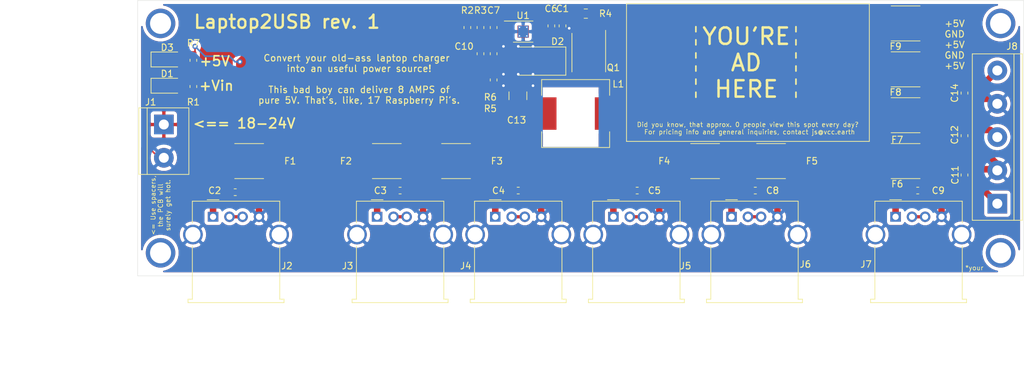
<source format=kicad_pcb>
(kicad_pcb (version 20171130) (host pcbnew 5.1.6)
  (layers (0 F.Cu signal) (31 B.Cu signal) (34 B.Paste user) (35 F.Paste user) (36 B.SilkS user) (37 F.SilkS user) (38 B.Mask user) (39 F.Mask user) (44 Edge.Cuts user))
  (net 0 "")
  (net 1 GND)
  (net 2 "Net-(C1-Pad1)")
  (net 3 "Net-(C2-Pad1)")
  (net 4 "Net-(C3-Pad1)")
  (net 5 "Net-(C4-Pad1)")
  (net 6 "Net-(C5-Pad1)")
  (net 7 "Net-(C6-Pad2)")
  (net 8 "Net-(C7-Pad2)")
  (net 9 "Net-(C8-Pad1)")
  (net 10 "Net-(C9-Pad1)")
  (net 11 "Net-(C10-Pad2)")
  (net 12 +5V)
  (net 13 "Net-(C11-Pad1)")
  (net 14 "Net-(C12-Pad1)")
  (net 15 "Net-(C14-Pad1)")
  (net 16 "Net-(D1-Pad2)")
  (net 17 "Net-(D2-Pad1)")
  (net 18 "Net-(D3-Pad2)")
  (net 19 "Net-(J2-Pad2)")
  (net 20 "Net-(J3-Pad2)")
  (net 21 "Net-(J4-Pad2)")
  (net 22 "Net-(J5-Pad2)")
  (net 23 "Net-(J6-Pad2)")
  (net 24 "Net-(J7-Pad2)")
  (net 25 "Net-(Q1-Pad4)")
  (net 26 "Net-(Q1-Pad1)")
  (net 27 "Net-(R2-Pad2)")
  (module Resistor_SMD:R_0805_2012Metric_Pad1.15x1.40mm_HandSolder (layer F.Cu) (at 120.8 92.5)
    (fp_text reference R4 (at 3 0) (layer F.SilkS))
    (fp_text value 10m)
    (pad 2 smd roundrect (at 1.025 0) (size 1.15 1.4) (layers F.Cu F.Paste F.Mask) (roundrect_rratio 0.217391) (net 26 "Net-(Q1-Pad1)"))
    (pad 1 smd roundrect (at -1.025 0) (size 1.15 1.4) (layers F.Cu F.Paste F.Mask) (roundrect_rratio 0.217391) (net 2 "Net-(C1-Pad1)"))
  )
  (module Capacitor_SMD:C_0603_1608Metric_Pad1.05x0.95mm_HandSolder (layer F.Cu) (at 92.5 119.5)
    (fp_text reference C3 (at -3 0) (layer F.SilkS))
    (fp_text value 10u)
    (pad 2 smd roundrect (at 0.875 0) (size 1.05 0.95) (layers F.Cu F.Paste F.Mask) (net 1 GND))
    (pad 1 smd roundrect (at -0.875 0) (size 1.05 0.95) (layers F.Cu F.Paste F.Mask) (net 4 "Net-(C3-Pad1)"))
  )
  (module TerminalBlock:TerminalBlock_bornier-5_P5.08mm (layer F.Cu) (at 183.5 121.5 90)
    (fp_text reference J8 (at 24 2.25 180) (layer F.SilkS))
    (fp_text value Screw_Terminal_01x05)
    (pad 5 thru_hole circle (at 20.32 0 90) (size 3 3) (drill 1.52) (layers *.Cu *.Mask) (net 15 "Net-(C14-Pad1)"))
    (pad 4 thru_hole circle (at 15.24 0 90) (size 3 3) (drill 1.52) (layers *.Cu *.Mask) (net 1 GND))
    (pad 1 thru_hole rect (at 0 0 90) (size 3 3) (drill 1.52) (layers *.Cu *.Mask) (net 13 "Net-(C11-Pad1)"))
    (pad 3 thru_hole circle (at 10.16 0 90) (size 3 3) (drill 1.52) (layers *.Cu *.Mask) (net 14 "Net-(C12-Pad1)"))
    (pad 2 thru_hole circle (at 5.08 0 90) (size 3 3) (drill 1.52) (layers *.Cu *.Mask) (net 1 GND))
  )
  (module TerminalBlock:TerminalBlock_bornier-2_P5.08mm (layer F.Cu) (at 56.5 109.42 270)
    (fp_text reference J1 (at -3.42 2 180) (layer F.SilkS))
    (fp_text value Screw_Terminal_01x02)
    (pad 2 thru_hole circle (at 5.08 0 270) (size 3 3) (drill 1.52) (layers *.Cu *.Mask) (net 1 GND))
    (pad 1 thru_hole rect (at 0 0 270) (size 3 3) (drill 1.52) (layers *.Cu *.Mask) (net 2 "Net-(C1-Pad1)"))
  )
  (module Capacitor_SMD:C_1210_3225Metric_Pad1.42x2.65mm_HandSolder (layer F.Cu) (at 110.45 105.0375 90)
    (fp_text reference C13 (at -3.7125 -0.2 180) (layer F.SilkS))
    (fp_text value 47uF)
    (pad 2 smd roundrect (at 1.4875 0 90) (size 1.425 2.65) (layers F.Cu F.Paste F.Mask) (roundrect_rratio 0.175439) (net 1 GND))
    (pad 1 smd roundrect (at -1.4875 0 90) (size 1.425 2.65) (layers F.Cu F.Paste F.Mask) (roundrect_rratio 0.175439) (net 12 +5V))
  )
  (module Inductor_SMD:L_Vishay_IHLP-4040 (layer F.Cu) (at 119.25 107.75)
    (fp_text reference L1 (at 6.5 -4.5) (layer F.SilkS))
    (fp_text value 1.8u)
    (pad 2 smd rect (at 4.5075 0) (size 3.175 4.95) (layers F.Cu F.Paste F.Mask) (net 17 "Net-(D2-Pad1)"))
    (pad 1 smd rect (at -4.5075 0) (size 3.175 4.95) (layers F.Cu F.Paste F.Mask) (net 12 +5V))
  )
  (module Package_SO:MSOP-8-1EP_3x3mm_P0.65mm_EP1.73x1.85mm_ThermalVias (layer F.Cu) (at 111.25 95.25)
    (fp_text reference U1 (at 0 -2.45) (layer F.SilkS))
    (fp_text value LM25085MY)
    (pad 9 smd rect (at 0 0) (size 1.6 1.8) (layers B.Cu) (net 1 GND))
    (pad 9 thru_hole circle (at 0.55 0.65) (size 0.5 0.5) (drill 0.2) (layers *.Cu) (net 1 GND))
    (pad 9 thru_hole circle (at -0.55 0.65) (size 0.5 0.5) (drill 0.2) (layers *.Cu) (net 1 GND))
    (pad 9 thru_hole circle (at 0.55 -0.65) (size 0.5 0.5) (drill 0.2) (layers *.Cu) (net 1 GND))
    (pad 9 thru_hole circle (at -0.55 -0.65) (size 0.5 0.5) (drill 0.2) (layers *.Cu) (net 1 GND))
    (pad 9 smd rect (at 0 0) (size 1.73 1.85) (layers F.Cu F.Mask) (net 1 GND))
    (pad 8 smd roundrect (at 2.1625 -0.975) (size 1.425 0.4) (layers F.Cu F.Paste F.Mask) (net 2 "Net-(C1-Pad1)"))
    (pad 7 smd roundrect (at 2.1625 -0.325) (size 1.425 0.4) (layers F.Cu F.Paste F.Mask) (net 7 "Net-(C6-Pad2)"))
    (pad 6 smd roundrect (at 2.1625 0.325) (size 1.425 0.4) (layers F.Cu F.Paste F.Mask) (net 25 "Net-(Q1-Pad4)"))
    (pad 5 smd roundrect (at 2.1625 0.975) (size 1.425 0.4) (layers F.Cu F.Paste F.Mask) (net 26 "Net-(Q1-Pad1)"))
    (pad 4 smd roundrect (at -2.1625 0.975) (size 1.425 0.4) (layers F.Cu F.Paste F.Mask) (net 1 GND))
    (pad 3 smd roundrect (at -2.1625 0.325) (size 1.425 0.4) (layers F.Cu F.Paste F.Mask) (net 11 "Net-(C10-Pad2)"))
    (pad 2 smd roundrect (at -2.1625 -0.325) (size 1.425 0.4) (layers F.Cu F.Paste F.Mask) (net 27 "Net-(R2-Pad2)"))
    (pad 1 smd roundrect (at -2.1625 -0.975) (size 1.425 0.4) (layers F.Cu F.Paste F.Mask) (net 8 "Net-(C7-Pad2)"))
  )
  (module Resistor_SMD:R_0603_1608Metric_Pad1.05x0.95mm_HandSolder (layer F.Cu) (at 61 99.625 270)
    (fp_text reference R7 (at -2.625 0 180) (layer F.SilkS))
    (fp_text value 1k)
    (pad 2 smd roundrect (at 0.875 0 270) (size 1.05 0.95) (layers F.Cu F.Paste F.Mask) (net 18 "Net-(D3-Pad2)"))
    (pad 1 smd roundrect (at -0.875 0 270) (size 1.05 0.95) (layers F.Cu F.Paste F.Mask) (net 12 +5V))
  )
  (module Resistor_SMD:R_0603_1608Metric_Pad1.05x0.95mm_HandSolder (layer F.Cu) (at 106.75 98.625 270)
    (fp_text reference R6 (at 6.625 0.5 180) (layer F.SilkS))
    (fp_text value 3.32k)
    (pad 2 smd roundrect (at 0.875 0 270) (size 1.05 0.95) (layers F.Cu F.Paste F.Mask) (net 1 GND))
    (pad 1 smd roundrect (at -0.875 0 270) (size 1.05 0.95) (layers F.Cu F.Paste F.Mask) (net 11 "Net-(C10-Pad2)"))
  )
  (module Resistor_SMD:R_0603_1608Metric_Pad1.05x0.95mm_HandSolder (layer F.Cu) (at 106.75 102.625 90)
    (fp_text reference R5 (at -4.375 -0.5 180) (layer F.SilkS))
    (fp_text value 10k)
    (pad 2 smd roundrect (at 0.875 0 90) (size 1.05 0.95) (layers F.Cu F.Paste F.Mask) (net 11 "Net-(C10-Pad2)"))
    (pad 1 smd roundrect (at -0.875 0 90) (size 1.05 0.95) (layers F.Cu F.Paste F.Mask) (net 12 +5V))
  )
  (module Resistor_SMD:R_0603_1608Metric_Pad1.05x0.95mm_HandSolder (layer F.Cu) (at 104.75 94.625 270)
    (fp_text reference R3 (at -2.625 0 180) (layer F.SilkS))
    (fp_text value 3.32k)
    (pad 2 smd roundrect (at 0.875 0 270) (size 1.05 0.95) (layers F.Cu F.Paste F.Mask) (net 8 "Net-(C7-Pad2)"))
    (pad 1 smd roundrect (at -0.875 0 270) (size 1.05 0.95) (layers F.Cu F.Paste F.Mask) (net 2 "Net-(C1-Pad1)"))
  )
  (module Resistor_SMD:R_0603_1608Metric_Pad1.05x0.95mm_HandSolder (layer F.Cu) (at 102.75 94.625 270)
    (fp_text reference R2 (at -2.625 0 180) (layer F.SilkS))
    (fp_text value 20.5k)
    (pad 2 smd roundrect (at 0.875 0 270) (size 1.05 0.95) (layers F.Cu F.Paste F.Mask) (net 27 "Net-(R2-Pad2)"))
    (pad 1 smd roundrect (at -0.875 0 270) (size 1.05 0.95) (layers F.Cu F.Paste F.Mask) (net 2 "Net-(C1-Pad1)"))
  )
  (module Resistor_SMD:R_0603_1608Metric_Pad1.05x0.95mm_HandSolder (layer F.Cu) (at 61 103.625 90)
    (fp_text reference R1 (at -2.375 0 180) (layer F.SilkS))
    (fp_text value 10k)
    (pad 2 smd roundrect (at 0.875 0 90) (size 1.05 0.95) (layers F.Cu F.Paste F.Mask) (net 16 "Net-(D1-Pad2)"))
    (pad 1 smd roundrect (at -0.875 0 90) (size 1.05 0.95) (layers F.Cu F.Paste F.Mask) (net 2 "Net-(C1-Pad1)"))
  )
  (module Package_SO:PowerPAK_SO-8_Single (layer F.Cu) (at 121.25 98.45 270)
    (fp_text reference Q1 (at 2.3 -3.75 180) (layer F.SilkS))
    (fp_text value Si7141DP)
    (pad 5 smd rect (at 0.69 0 270) (size 3.81 3.91) (layers F.Cu F.Paste F.Mask) (net 17 "Net-(D2-Pad1)"))
    (pad 5 smd rect (at 2.795 -1.905 270) (size 1.02 0.61) (layers F.Cu F.Paste F.Mask) (net 17 "Net-(D2-Pad1)"))
    (pad 5 smd rect (at 2.795 -0.635 270) (size 1.02 0.61) (layers F.Cu F.Paste F.Mask) (net 17 "Net-(D2-Pad1)"))
    (pad 5 smd rect (at 2.795 0.635 270) (size 1.02 0.61) (layers F.Cu F.Paste F.Mask) (net 17 "Net-(D2-Pad1)"))
    (pad 5 smd rect (at 2.795 1.905 270) (size 1.02 0.61) (layers F.Cu F.Paste F.Mask) (net 17 "Net-(D2-Pad1)"))
    (pad 4 smd rect (at -2.67 1.905 270) (size 1.27 0.61) (layers F.Cu F.Paste F.Mask) (net 25 "Net-(Q1-Pad4)"))
    (pad 3 smd rect (at -2.67 0.635 270) (size 1.27 0.61) (layers F.Cu F.Paste F.Mask) (net 26 "Net-(Q1-Pad1)"))
    (pad 2 smd rect (at -2.67 -0.635 270) (size 1.27 0.61) (layers F.Cu F.Paste F.Mask) (net 26 "Net-(Q1-Pad1)"))
    (pad 1 smd rect (at -2.67 -1.905 270) (size 1.27 0.61) (layers F.Cu F.Paste F.Mask) (net 26 "Net-(Q1-Pad1)"))
  )
  (module Connector_USB:USB_A_Molex_67643_Horizontal (layer F.Cu) (at 168 123.5)
    (fp_text reference J7 (at -4.5 7.25) (layer F.SilkS))
    (fp_text value USB_A)
    (pad 4 thru_hole circle (at 7 0) (size 1.6 1.6) (drill 0.95) (layers *.Cu *.Mask) (net 1 GND))
    (pad 3 thru_hole circle (at 4.5 0) (size 1.6 1.6) (drill 0.95) (layers *.Cu *.Mask) (net 24 "Net-(J7-Pad2)"))
    (pad 2 thru_hole circle (at 2.5 0) (size 1.6 1.6) (drill 0.95) (layers *.Cu *.Mask) (net 24 "Net-(J7-Pad2)"))
    (pad 1 thru_hole rect (at 0 0) (size 1.6 1.5) (drill 0.95) (layers *.Cu *.Mask) (net 10 "Net-(C9-Pad1)"))
    (pad 5 thru_hole circle (at 10.07 2.71) (size 3 3) (drill 2.3) (layers *.Cu *.Mask) (net 1 GND))
    (pad 5 thru_hole circle (at -3.07 2.71) (size 3 3) (drill 2.3) (layers *.Cu *.Mask) (net 1 GND))
  )
  (module Connector_USB:USB_A_Molex_67643_Horizontal (layer F.Cu) (at 143 123.5)
    (fp_text reference J6 (at 11.25 7.25) (layer F.SilkS))
    (fp_text value USB_A)
    (pad 4 thru_hole circle (at 7 0) (size 1.6 1.6) (drill 0.95) (layers *.Cu *.Mask) (net 1 GND))
    (pad 3 thru_hole circle (at 4.5 0) (size 1.6 1.6) (drill 0.95) (layers *.Cu *.Mask) (net 23 "Net-(J6-Pad2)"))
    (pad 2 thru_hole circle (at 2.5 0) (size 1.6 1.6) (drill 0.95) (layers *.Cu *.Mask) (net 23 "Net-(J6-Pad2)"))
    (pad 1 thru_hole rect (at 0 0) (size 1.6 1.5) (drill 0.95) (layers *.Cu *.Mask) (net 9 "Net-(C8-Pad1)"))
    (pad 5 thru_hole circle (at 10.07 2.71) (size 3 3) (drill 2.3) (layers *.Cu *.Mask) (net 1 GND))
    (pad 5 thru_hole circle (at -3.07 2.71) (size 3 3) (drill 2.3) (layers *.Cu *.Mask) (net 1 GND))
  )
  (module Connector_USB:USB_A_Molex_67643_Horizontal (layer F.Cu) (at 125 123.5)
    (fp_text reference J5 (at 11 7.5) (layer F.SilkS))
    (fp_text value USB_A)
    (pad 4 thru_hole circle (at 7 0) (size 1.6 1.6) (drill 0.95) (layers *.Cu *.Mask) (net 1 GND))
    (pad 3 thru_hole circle (at 4.5 0) (size 1.6 1.6) (drill 0.95) (layers *.Cu *.Mask) (net 22 "Net-(J5-Pad2)"))
    (pad 2 thru_hole circle (at 2.5 0) (size 1.6 1.6) (drill 0.95) (layers *.Cu *.Mask) (net 22 "Net-(J5-Pad2)"))
    (pad 1 thru_hole rect (at 0 0) (size 1.6 1.5) (drill 0.95) (layers *.Cu *.Mask) (net 6 "Net-(C5-Pad1)"))
    (pad 5 thru_hole circle (at 10.07 2.71) (size 3 3) (drill 2.3) (layers *.Cu *.Mask) (net 1 GND))
    (pad 5 thru_hole circle (at -3.07 2.71) (size 3 3) (drill 2.3) (layers *.Cu *.Mask) (net 1 GND))
  )
  (module Connector_USB:USB_A_Molex_67643_Horizontal (layer F.Cu) (at 107 123.5)
    (fp_text reference J4 (at -4.5 7.5) (layer F.SilkS))
    (fp_text value USB_A)
    (pad 4 thru_hole circle (at 7 0) (size 1.6 1.6) (drill 0.95) (layers *.Cu *.Mask) (net 1 GND))
    (pad 3 thru_hole circle (at 4.5 0) (size 1.6 1.6) (drill 0.95) (layers *.Cu *.Mask) (net 21 "Net-(J4-Pad2)"))
    (pad 2 thru_hole circle (at 2.5 0) (size 1.6 1.6) (drill 0.95) (layers *.Cu *.Mask) (net 21 "Net-(J4-Pad2)"))
    (pad 1 thru_hole rect (at 0 0) (size 1.6 1.5) (drill 0.95) (layers *.Cu *.Mask) (net 5 "Net-(C4-Pad1)"))
    (pad 5 thru_hole circle (at 10.07 2.71) (size 3 3) (drill 2.3) (layers *.Cu *.Mask) (net 1 GND))
    (pad 5 thru_hole circle (at -3.07 2.71) (size 3 3) (drill 2.3) (layers *.Cu *.Mask) (net 1 GND))
  )
  (module Connector_USB:USB_A_Molex_67643_Horizontal (layer F.Cu) (at 89 123.5)
    (fp_text reference J3 (at -4.5 7.5) (layer F.SilkS))
    (fp_text value USB_A)
    (pad 4 thru_hole circle (at 7 0) (size 1.6 1.6) (drill 0.95) (layers *.Cu *.Mask) (net 1 GND))
    (pad 3 thru_hole circle (at 4.5 0) (size 1.6 1.6) (drill 0.95) (layers *.Cu *.Mask) (net 20 "Net-(J3-Pad2)"))
    (pad 2 thru_hole circle (at 2.5 0) (size 1.6 1.6) (drill 0.95) (layers *.Cu *.Mask) (net 20 "Net-(J3-Pad2)"))
    (pad 1 thru_hole rect (at 0 0) (size 1.6 1.5) (drill 0.95) (layers *.Cu *.Mask) (net 4 "Net-(C3-Pad1)"))
    (pad 5 thru_hole circle (at 10.07 2.71) (size 3 3) (drill 2.3) (layers *.Cu *.Mask) (net 1 GND))
    (pad 5 thru_hole circle (at -3.07 2.71) (size 3 3) (drill 2.3) (layers *.Cu *.Mask) (net 1 GND))
  )
  (module Connector_USB:USB_A_Molex_67643_Horizontal (layer F.Cu) (at 64 123.5)
    (fp_text reference J2 (at 11.25 7.5) (layer F.SilkS))
    (fp_text value USB_A)
    (pad 4 thru_hole circle (at 7 0) (size 1.6 1.6) (drill 0.95) (layers *.Cu *.Mask) (net 1 GND))
    (pad 3 thru_hole circle (at 4.5 0) (size 1.6 1.6) (drill 0.95) (layers *.Cu *.Mask) (net 19 "Net-(J2-Pad2)"))
    (pad 2 thru_hole circle (at 2.5 0) (size 1.6 1.6) (drill 0.95) (layers *.Cu *.Mask) (net 19 "Net-(J2-Pad2)"))
    (pad 1 thru_hole rect (at 0 0) (size 1.6 1.5) (drill 0.95) (layers *.Cu *.Mask) (net 3 "Net-(C2-Pad1)"))
    (pad 5 thru_hole circle (at 10.07 2.71) (size 3 3) (drill 2.3) (layers *.Cu *.Mask) (net 1 GND))
    (pad 5 thru_hole circle (at -3.07 2.71) (size 3 3) (drill 2.3) (layers *.Cu *.Mask) (net 1 GND))
  )
  (module Fuse:Fuse_2920_7451Metric_Pad2.10x5.45mm_HandSolder (layer F.Cu) (at 169.525 94)
    (fp_text reference F9 (at -1.525 3.5) (layer F.SilkS))
    (fp_text value Polyfuse_Small)
    (pad 2 smd roundrect (at 3.475 0) (size 2.1 5.45) (layers F.Cu F.Paste F.Mask) (roundrect_rratio 0.119048) (net 15 "Net-(C14-Pad1)"))
    (pad 1 smd roundrect (at -3.475 0) (size 2.1 5.45) (layers F.Cu F.Paste F.Mask) (roundrect_rratio 0.119048) (net 12 +5V))
  )
  (module Fuse:Fuse_2920_7451Metric_Pad2.10x5.45mm_HandSolder (layer F.Cu) (at 169.525 101)
    (fp_text reference F8 (at -1.525 3.5) (layer F.SilkS))
    (fp_text value Polyfuse_Small)
    (pad 2 smd roundrect (at 3.475 0) (size 2.1 5.45) (layers F.Cu F.Paste F.Mask) (roundrect_rratio 0.119048) (net 14 "Net-(C12-Pad1)"))
    (pad 1 smd roundrect (at -3.475 0) (size 2.1 5.45) (layers F.Cu F.Paste F.Mask) (roundrect_rratio 0.119048) (net 12 +5V))
  )
  (module Fuse:Fuse_2920_7451Metric_Pad2.10x5.45mm_HandSolder (layer F.Cu) (at 169.525 108 180)
    (fp_text reference F7 (at 1.275 -3.75) (layer F.SilkS))
    (fp_text value Polyfuse_Small)
    (pad 2 smd roundrect (at 3.475 0 180) (size 2.1 5.45) (layers F.Cu F.Paste F.Mask) (roundrect_rratio 0.119048) (net 12 +5V))
    (pad 1 smd roundrect (at -3.475 0 180) (size 2.1 5.45) (layers F.Cu F.Paste F.Mask) (roundrect_rratio 0.119048) (net 13 "Net-(C11-Pad1)"))
  )
  (module Fuse:Fuse_2920_7451Metric_Pad2.10x5.45mm_HandSolder (layer F.Cu) (at 169.525 115)
    (fp_text reference F6 (at -1.275 3.5) (layer F.SilkS))
    (fp_text value Polyfuse_Small)
    (pad 2 smd roundrect (at 3.475 0) (size 2.1 5.45) (layers F.Cu F.Paste F.Mask) (roundrect_rratio 0.119048) (net 10 "Net-(C9-Pad1)"))
    (pad 1 smd roundrect (at -3.475 0) (size 2.1 5.45) (layers F.Cu F.Paste F.Mask) (roundrect_rratio 0.119048) (net 12 +5V))
  )
  (module Fuse:Fuse_2920_7451Metric_Pad2.10x5.45mm_HandSolder (layer F.Cu) (at 149.025 115 180)
    (fp_text reference F5 (at -6.225 0) (layer F.SilkS))
    (fp_text value Polyfuse_Small)
    (pad 2 smd roundrect (at 3.475 0 180) (size 2.1 5.45) (layers F.Cu F.Paste F.Mask) (roundrect_rratio 0.119048) (net 9 "Net-(C8-Pad1)"))
    (pad 1 smd roundrect (at -3.475 0 180) (size 2.1 5.45) (layers F.Cu F.Paste F.Mask) (roundrect_rratio 0.119048) (net 12 +5V))
  )
  (module Fuse:Fuse_2920_7451Metric_Pad2.10x5.45mm_HandSolder (layer F.Cu) (at 138.975 115 180)
    (fp_text reference F4 (at 6.225 0) (layer F.SilkS))
    (fp_text value Polyfuse_Small)
    (pad 2 smd roundrect (at 3.475 0 180) (size 2.1 5.45) (layers F.Cu F.Paste F.Mask) (roundrect_rratio 0.119048) (net 6 "Net-(C5-Pad1)"))
    (pad 1 smd roundrect (at -3.475 0 180) (size 2.1 5.45) (layers F.Cu F.Paste F.Mask) (roundrect_rratio 0.119048) (net 12 +5V))
  )
  (module Fuse:Fuse_2920_7451Metric_Pad2.10x5.45mm_HandSolder (layer F.Cu) (at 101.025 115)
    (fp_text reference F3 (at 6.225 0) (layer F.SilkS))
    (fp_text value Polyfuse_Small)
    (pad 2 smd roundrect (at 3.475 0) (size 2.1 5.45) (layers F.Cu F.Paste F.Mask) (roundrect_rratio 0.119048) (net 5 "Net-(C4-Pad1)"))
    (pad 1 smd roundrect (at -3.475 0) (size 2.1 5.45) (layers F.Cu F.Paste F.Mask) (roundrect_rratio 0.119048) (net 12 +5V))
  )
  (module Fuse:Fuse_2920_7451Metric_Pad2.10x5.45mm_HandSolder (layer F.Cu) (at 90.475 115 180)
    (fp_text reference F2 (at 6.225 0) (layer F.SilkS))
    (fp_text value Polyfuse_Small)
    (pad 2 smd roundrect (at 3.475 0 180) (size 2.1 5.45) (layers F.Cu F.Paste F.Mask) (roundrect_rratio 0.119048) (net 4 "Net-(C3-Pad1)"))
    (pad 1 smd roundrect (at -3.475 0 180) (size 2.1 5.45) (layers F.Cu F.Paste F.Mask) (roundrect_rratio 0.119048) (net 12 +5V))
  )
  (module Fuse:Fuse_2920_7451Metric_Pad2.10x5.45mm_HandSolder (layer F.Cu) (at 69.5 115 180)
    (fp_text reference F1 (at -6.25 0) (layer F.SilkS))
    (fp_text value Polyfuse_Small)
    (pad 2 smd roundrect (at 3.475 0 180) (size 2.1 5.45) (layers F.Cu F.Paste F.Mask) (roundrect_rratio 0.119048) (net 3 "Net-(C2-Pad1)"))
    (pad 1 smd roundrect (at -3.475 0 180) (size 2.1 5.45) (layers F.Cu F.Paste F.Mask) (roundrect_rratio 0.119048) (net 12 +5V))
  )
  (module LED_SMD:LED_1206_3216Metric_Pad1.42x1.75mm_HandSolder (layer F.Cu) (at 57.0125 99.5)
    (fp_text reference D3 (at 0 -1.82) (layer F.SilkS))
    (fp_text value LED)
    (pad 2 smd roundrect (at 1.4875 0) (size 1.425 1.75) (layers F.Cu F.Paste F.Mask) (roundrect_rratio 0.175439) (net 18 "Net-(D3-Pad2)"))
    (pad 1 smd roundrect (at -1.4875 0) (size 1.425 1.75) (layers F.Cu F.Paste F.Mask) (roundrect_rratio 0.175439) (net 1 GND))
  )
  (module Diode_SMD:D_SMB_Handsoldering (layer F.Cu) (at 113.15 99.75 180)
    (fp_text reference D2 (at -3.35 3) (layer F.SilkS))
    (fp_text value D_Schottky)
    (pad 2 smd rect (at 2.7 0 180) (size 3.5 2.3) (layers F.Cu F.Paste F.Mask) (net 1 GND))
    (pad 1 smd rect (at -2.7 0 180) (size 3.5 2.3) (layers F.Cu F.Paste F.Mask) (net 17 "Net-(D2-Pad1)"))
  )
  (module LED_SMD:LED_1206_3216Metric_Pad1.42x1.75mm_HandSolder (layer F.Cu) (at 57.0125 103.5)
    (fp_text reference D1 (at 0 -1.82) (layer F.SilkS))
    (fp_text value LED)
    (pad 2 smd roundrect (at 1.4875 0) (size 1.425 1.75) (layers F.Cu F.Paste F.Mask) (roundrect_rratio 0.175439) (net 16 "Net-(D1-Pad2)"))
    (pad 1 smd roundrect (at -1.4875 0) (size 1.425 1.75) (layers F.Cu F.Paste F.Mask) (roundrect_rratio 0.175439) (net 1 GND))
  )
  (module Capacitor_SMD:C_0603_1608Metric_Pad1.05x0.95mm_HandSolder (layer F.Cu) (at 178.5 104.625 270)
    (fp_text reference C14 (at 0 1.5 90) (layer F.SilkS))
    (fp_text value 10u)
    (pad 2 smd roundrect (at 0.875 0 270) (size 1.05 0.95) (layers F.Cu F.Paste F.Mask) (net 1 GND))
    (pad 1 smd roundrect (at -0.875 0 270) (size 1.05 0.95) (layers F.Cu F.Paste F.Mask) (net 15 "Net-(C14-Pad1)"))
  )
  (module Capacitor_SMD:C_0603_1608Metric_Pad1.05x0.95mm_HandSolder (layer F.Cu) (at 178.5 111.125 270)
    (fp_text reference C12 (at -0.125 1.5 90) (layer F.SilkS))
    (fp_text value 10u)
    (pad 2 smd roundrect (at 0.875 0 270) (size 1.05 0.95) (layers F.Cu F.Paste F.Mask) (net 1 GND))
    (pad 1 smd roundrect (at -0.875 0 270) (size 1.05 0.95) (layers F.Cu F.Paste F.Mask) (net 14 "Net-(C12-Pad1)"))
  )
  (module Capacitor_SMD:C_0603_1608Metric_Pad1.05x0.95mm_HandSolder (layer F.Cu) (at 178.5 117.125 90)
    (fp_text reference C11 (at 0 -1.43 90) (layer F.SilkS))
    (fp_text value 10u)
    (pad 2 smd roundrect (at 0.875 0 90) (size 1.05 0.95) (layers F.Cu F.Paste F.Mask) (net 1 GND))
    (pad 1 smd roundrect (at -0.875 0 90) (size 1.05 0.95) (layers F.Cu F.Paste F.Mask) (net 13 "Net-(C11-Pad1)"))
  )
  (module Capacitor_SMD:C_0603_1608Metric_Pad1.05x0.95mm_HandSolder (layer F.Cu) (at 104.75 98.625 90)
    (fp_text reference C10 (at 1.125 -2.5 180) (layer F.SilkS))
    (fp_text value 390p)
    (pad 2 smd roundrect (at 0.875 0 90) (size 1.05 0.95) (layers F.Cu F.Paste F.Mask) (net 11 "Net-(C10-Pad2)"))
    (pad 1 smd roundrect (at -0.875 0 90) (size 1.05 0.95) (layers F.Cu F.Paste F.Mask) (net 12 +5V))
  )
  (module Capacitor_SMD:C_0603_1608Metric_Pad1.05x0.95mm_HandSolder (layer F.Cu) (at 171.375 119.5)
    (fp_text reference C9 (at 3.125 0) (layer F.SilkS))
    (fp_text value 10u)
    (pad 2 smd roundrect (at 0.875 0) (size 1.05 0.95) (layers F.Cu F.Paste F.Mask) (net 1 GND))
    (pad 1 smd roundrect (at -0.875 0) (size 1.05 0.95) (layers F.Cu F.Paste F.Mask) (net 10 "Net-(C9-Pad1)"))
  )
  (module Capacitor_SMD:C_0603_1608Metric_Pad1.05x0.95mm_HandSolder (layer F.Cu) (at 146.625 119.5)
    (fp_text reference C8 (at 2.625 0) (layer F.SilkS))
    (fp_text value 10u)
    (pad 2 smd roundrect (at 0.875 0) (size 1.05 0.95) (layers F.Cu F.Paste F.Mask) (net 1 GND))
    (pad 1 smd roundrect (at -0.875 0) (size 1.05 0.95) (layers F.Cu F.Paste F.Mask) (net 9 "Net-(C8-Pad1)"))
  )
  (module Capacitor_SMD:C_0603_1608Metric_Pad1.05x0.95mm_HandSolder (layer F.Cu) (at 106.75 94.625 270)
    (fp_text reference C7 (at -2.625 0 180) (layer F.SilkS))
    (fp_text value 1n)
    (pad 2 smd roundrect (at 0.875 0 270) (size 1.05 0.95) (layers F.Cu F.Paste F.Mask) (net 8 "Net-(C7-Pad2)"))
    (pad 1 smd roundrect (at -0.875 0 270) (size 1.05 0.95) (layers F.Cu F.Paste F.Mask) (net 2 "Net-(C1-Pad1)"))
  )
  (module Capacitor_SMD:C_0603_1608Metric_Pad1.05x0.95mm_HandSolder (layer F.Cu) (at 115.55 94.375 270)
    (fp_text reference C6 (at -2.625 0.05 180) (layer F.SilkS))
    (fp_text value 1u)
    (pad 2 smd roundrect (at 0.875 0 270) (size 1.05 0.95) (layers F.Cu F.Paste F.Mask) (net 7 "Net-(C6-Pad2)"))
    (pad 1 smd roundrect (at -0.875 0 270) (size 1.05 0.95) (layers F.Cu F.Paste F.Mask) (net 2 "Net-(C1-Pad1)"))
  )
  (module Capacitor_SMD:C_0603_1608Metric_Pad1.05x0.95mm_HandSolder (layer F.Cu) (at 128.625 119.5)
    (fp_text reference C5 (at 2.625 0) (layer F.SilkS))
    (fp_text value 10u)
    (pad 2 smd roundrect (at 0.875 0) (size 1.05 0.95) (layers F.Cu F.Paste F.Mask) (net 1 GND))
    (pad 1 smd roundrect (at -0.875 0) (size 1.05 0.95) (layers F.Cu F.Paste F.Mask) (net 6 "Net-(C5-Pad1)"))
  )
  (module Capacitor_SMD:C_0603_1608Metric_Pad1.05x0.95mm_HandSolder (layer F.Cu) (at 110.5 119.5)
    (fp_text reference C4 (at -3 0) (layer F.SilkS))
    (fp_text value 10u)
    (pad 2 smd roundrect (at 0.875 0) (size 1.05 0.95) (layers F.Cu F.Paste F.Mask) (net 1 GND))
    (pad 1 smd roundrect (at -0.875 0) (size 1.05 0.95) (layers F.Cu F.Paste F.Mask) (net 5 "Net-(C4-Pad1)"))
  )
  (module Capacitor_SMD:C_0603_1608Metric_Pad1.05x0.95mm_HandSolder (layer F.Cu) (at 67.375 119.75)
    (fp_text reference C2 (at -3.125 -0.25) (layer F.SilkS))
    (fp_text value 10u)
    (pad 2 smd roundrect (at 0.875 0) (size 1.05 0.95) (layers F.Cu F.Paste F.Mask) (net 1 GND))
    (pad 1 smd roundrect (at -0.875 0) (size 1.05 0.95) (layers F.Cu F.Paste F.Mask) (net 3 "Net-(C2-Pad1)"))
  )
  (module Capacitor_SMD:C_0603_1608Metric_Pad1.05x0.95mm_HandSolder (layer F.Cu) (at 117.25 94.375 270)
    (fp_text reference C1 (at -2.625 0 180) (layer F.SilkS))
    (fp_text value 4.7uF)
    (pad 2 smd roundrect (at 0.875 0 270) (size 1.05 0.95) (layers F.Cu F.Paste F.Mask) (net 1 GND))
    (pad 1 smd roundrect (at -0.875 0 270) (size 1.05 0.95) (layers F.Cu F.Paste F.Mask) (net 2 "Net-(C1-Pad1)"))
  )
  (gr_text *your (at 180 131.3) (layer F.SilkS) (effects (font (size 0.7 0.7) (thickness 0.1))))
  (gr_text +5V (at 64.25 99.75) (layer F.SilkS) (effects (font (size 1.5 1.5) (thickness 0.25))))
  (gr_text +Vin (at 64.5 103.5) (layer F.SilkS) (effects (font (size 1.5 1.5) (thickness 0.25))))
  (gr_text "+5V\nGND\n+5V\nGND\n+5V" (at 177 97.25) (layer F.SilkS) (effects (font (size 1 1))))
  (gr_text "<= Use spacers,\nthe PCB will\nsurely get hot." (at 56 121.75 90) (layer F.SilkS) (effects (font (size 0.7 0.7) (thickness 0.1))))
  (gr_text "Did you know, that approx. 0 people view this spot every day? \nFor pricing info and general inquiries, contact js@vcc.earth" (at 145.75 110) (layer F.SilkS) (effects (font (size 0.7 0.7) (thickness 0.1))))
  (gr_text "- - - - - - " (at 137.5 99.5 90) (layer F.SilkS) (effects (font (size 1 1) (thickness 0.25))))
  (gr_text "- - - - - - " (at 152.75 99.5 90) (layer F.SilkS) (effects (font (size 1 1) (thickness 0.25))))
  (gr_line (start 164 91) (end 127 91) (layer F.SilkS) (width 0.12))
  (gr_line (start 164 112) (end 164 91) (layer F.SilkS) (width 0.12))
  (gr_line (start 127 112) (end 164 112) (layer F.SilkS) (width 0.12))
  (gr_line (start 127 91) (end 127 112) (layer F.SilkS) (width 0.12))
  (gr_text "YOU'RE\nAD\nHERE" (at 145.25 100) (layer F.SilkS) (effects (font (size 2.5 2.5) (thickness 0.38))))
  (gr_text "Convert your old-ass laptop charger \ninto an useful power source!\n\nThis bad boy can deliver 8 AMPS of\npure 5V. That's, like, 17 Raspberry Pi's." (at 86.25 102.5) (layer F.SilkS) (effects (font (size 1 1))))
  (gr_text "Laptop2USB rev. 1" (at 75.25 93.75) (layer F.SilkS) (effects (font (size 2 2) (thickness 0.35))))
  (gr_text "<== 18-24V" (at 68.75 109.25) (layer F.SilkS) (effects (font (size 1.5 1.5) (thickness 0.25))))
  (gr_line (start 187.5 90.5) (end 52.5 90.5) (layer Edge.Cuts) (width 0.05))
  (gr_line (start 187.5 132.5) (end 187.5 90.5) (layer Edge.Cuts) (width 0.05))
  (gr_line (start 52.5 132.5) (end 187.5 132.5) (layer Edge.Cuts) (width 0.05))
  (gr_line (start 52.5 90.5) (end 52.5 132.5) (layer Edge.Cuts) (width 0.05))
  (via (at 184 129) (size 4.5) (drill 3.2) (layers F.Cu B.Cu) (net 0))
  (via (at 56 129) (size 4.5) (drill 3.2) (layers F.Cu B.Cu) (net 0))
  (via (at 56 94) (size 4.5) (drill 3.2) (layers F.Cu B.Cu) (net 0))
  (via (at 184 94) (size 4.5) (drill 3.2) (layers F.Cu B.Cu) (net 0))
  (via (at 110.5 101.75) (size 0.8) (drill 0.4) (layers F.Cu B.Cu) (net 1))
  (via (at 112.75 101.75) (size 0.8) (drill 0.4) (layers F.Cu B.Cu) (net 1))
  (via (at 108.25 101.75) (size 0.8) (drill 0.4) (layers F.Cu B.Cu) (net 1))
  (via (at 108.25 103.5) (size 0.8) (drill 0.4) (layers F.Cu B.Cu) (net 1))
  (via (at 112.75 103.5) (size 0.8) (drill 0.4) (layers F.Cu B.Cu) (net 1))
  (via (at 110.5 97.5) (size 0.8) (drill 0.4) (layers F.Cu B.Cu) (net 1))
  (via (at 112.75 97.5) (size 0.8) (drill 0.4) (layers F.Cu B.Cu) (net 1))
  (via (at 108.25 97.5) (size 0.8) (drill 0.4) (layers F.Cu B.Cu) (net 1))
  (segment (start 56.5 114.5) (end 55.5 114.5) (width 1) (layer F.Cu) (net 1))
  (segment (start 56.5 114.5) (end 55.75 114.5) (width 0.25) (layer F.Cu) (net 1))
  (segment (start 55.75 114.5) (end 53.5 112.25) (width 0.25) (layer F.Cu) (net 1))
  (segment (start 53.5 112.25) (end 53.5 107.75) (width 0.25) (layer F.Cu) (net 1))
  (segment (start 55.525 105.725) (end 55.525 103.5) (width 0.25) (layer F.Cu) (net 1))
  (segment (start 53.5 107.75) (end 55.525 105.725) (width 0.25) (layer F.Cu) (net 1))
  (segment (start 55.525 103.5) (end 55.525 99.5) (width 0.25) (layer F.Cu) (net 1))
  (segment (start 68.25 119.75) (end 69.75 119.75) (width 1) (layer F.Cu) (net 1))
  (segment (start 71 121) (end 71 123.5) (width 1) (layer F.Cu) (net 1))
  (segment (start 69.75 119.75) (end 71 121) (width 1) (layer F.Cu) (net 1))
  (segment (start 93.375 119.5) (end 94.25 119.5) (width 1) (layer F.Cu) (net 1))
  (segment (start 96 121.25) (end 96 123.5) (width 1) (layer F.Cu) (net 1))
  (segment (start 94.25 119.5) (end 96 121.25) (width 1) (layer F.Cu) (net 1))
  (segment (start 114 121.25) (end 114 123.5) (width 1) (layer F.Cu) (net 1))
  (segment (start 112.25 119.5) (end 114 121.25) (width 1) (layer F.Cu) (net 1))
  (segment (start 111.375 119.5) (end 112.25 119.5) (width 1) (layer F.Cu) (net 1))
  (segment (start 129.5 119.5) (end 130 119.5) (width 1) (layer F.Cu) (net 1))
  (segment (start 132 121.5) (end 132 123.5) (width 1) (layer F.Cu) (net 1))
  (segment (start 130 119.5) (end 132 121.5) (width 1) (layer F.Cu) (net 1))
  (segment (start 147.5 119.5) (end 148.75 119.5) (width 1) (layer F.Cu) (net 1))
  (segment (start 150 120.75) (end 150 123.5) (width 1) (layer F.Cu) (net 1))
  (segment (start 148.75 119.5) (end 150 120.75) (width 1) (layer F.Cu) (net 1))
  (segment (start 172.25 119.5) (end 173.5 119.5) (width 1) (layer F.Cu) (net 1))
  (segment (start 175 121) (end 175 123.5) (width 1) (layer F.Cu) (net 1))
  (segment (start 173.5 119.5) (end 175 121) (width 1) (layer F.Cu) (net 1))
  (segment (start 183.33 116.25) (end 183.5 116.42) (width 1) (layer F.Cu) (net 1))
  (segment (start 178.5 116.25) (end 183.33 116.25) (width 1) (layer F.Cu) (net 1))
  (segment (start 183.5 115.5) (end 183.5 116.42) (width 1) (layer F.Cu) (net 1))
  (segment (start 180 112) (end 183.5 115.5) (width 1) (layer F.Cu) (net 1))
  (segment (start 178.5 112) (end 180 112) (width 1) (layer F.Cu) (net 1))
  (segment (start 182.74 105.5) (end 183.5 106.26) (width 1) (layer F.Cu) (net 1))
  (segment (start 178.5 105.5) (end 182.74 105.5) (width 1) (layer F.Cu) (net 1))
  (segment (start 106.75 99.5) (end 107.75 99.5) (width 0.5) (layer F.Cu) (net 1))
  (segment (start 108 99.75) (end 110.45 99.75) (width 0.5) (layer F.Cu) (net 1))
  (segment (start 107.75 99.5) (end 108 99.75) (width 0.5) (layer F.Cu) (net 1))
  (segment (start 108.75 97.5) (end 108.25 97.5) (width 0.25) (layer F.Cu) (net 1))
  (segment (start 109.0875 97.1625) (end 108.75 97.5) (width 0.25) (layer F.Cu) (net 1))
  (segment (start 109.0875 96.225) (end 109.0875 97.1625) (width 0.25) (layer F.Cu) (net 1))
  (via (at 118.263682 94.740212) (size 0.8) (drill 0.4) (layers F.Cu B.Cu) (net 1))
  (segment (start 117.759788 94.740212) (end 118.263682 94.740212) (width 0.25) (layer F.Cu) (net 1))
  (segment (start 117.25 95.25) (end 117.759788 94.740212) (width 0.25) (layer F.Cu) (net 1))
  (segment (start 111.8 95.8) (end 111.25 95.25) (width 0.5) (layer F.Cu) (net 1))
  (segment (start 111.8 95.9) (end 111.8 95.8) (width 0.5) (layer F.Cu) (net 1))
  (segment (start 111.35 95.9) (end 111.25 96) (width 0.5) (layer F.Cu) (net 1))
  (segment (start 111.8 95.9) (end 111.35 95.9) (width 0.5) (layer F.Cu) (net 1))
  (segment (start 111.25 96.75) (end 110.75 97.25) (width 0.5) (layer F.Cu) (net 1))
  (segment (start 111.25 95.25) (end 111.25 96.75) (width 0.5) (layer F.Cu) (net 1))
  (segment (start 115.55 93.5) (end 115.25 93.5) (width 0.25) (layer F.Cu) (net 2))
  (segment (start 114.475 94.275) (end 113.4125 94.275) (width 0.25) (layer F.Cu) (net 2))
  (segment (start 115.25 93.5) (end 114.475 94.275) (width 0.25) (layer F.Cu) (net 2))
  (segment (start 115.55 93.5) (end 117.25 93.5) (width 0.25) (layer F.Cu) (net 2))
  (segment (start 119.047009 93.522009) (end 119.175 93.65) (width 0.5) (layer F.Cu) (net 2))
  (segment (start 117.272009 93.522009) (end 119.047009 93.522009) (width 0.5) (layer F.Cu) (net 2))
  (segment (start 117.25 93.5) (end 117.272009 93.522009) (width 0.5) (layer F.Cu) (net 2))
  (segment (start 66.5 119.75) (end 65.25 119.75) (width 1) (layer F.Cu) (net 3))
  (segment (start 64 121) (end 64 123.5) (width 1) (layer F.Cu) (net 3))
  (segment (start 65.25 119.75) (end 64 121) (width 1) (layer F.Cu) (net 3))
  (segment (start 66.025 119.275) (end 66.5 119.75) (width 1) (layer F.Cu) (net 3))
  (segment (start 66.025 115) (end 66.025 119.275) (width 1) (layer F.Cu) (net 3))
  (segment (start 91.625 119.5) (end 91 119.5) (width 1) (layer F.Cu) (net 4))
  (segment (start 89 121.5) (end 89 123.5) (width 1) (layer F.Cu) (net 4))
  (segment (start 91 119.5) (end 89 121.5) (width 1) (layer F.Cu) (net 4))
  (segment (start 87 115) (end 89.5 115) (width 1) (layer F.Cu) (net 4))
  (segment (start 91.625 117.125) (end 91.625 119.5) (width 1) (layer F.Cu) (net 4))
  (segment (start 89.5 115) (end 91.625 117.125) (width 1) (layer F.Cu) (net 4))
  (segment (start 107 123.5) (end 107 121.25) (width 1) (layer F.Cu) (net 5))
  (segment (start 108.75 119.5) (end 109.625 119.5) (width 1) (layer F.Cu) (net 5))
  (segment (start 107 121.25) (end 108.75 119.5) (width 1) (layer F.Cu) (net 5))
  (segment (start 109.625 117.375) (end 109.625 119.5) (width 1) (layer F.Cu) (net 5))
  (segment (start 107.25 115) (end 109.625 117.375) (width 1) (layer F.Cu) (net 5))
  (segment (start 104.5 115) (end 107.25 115) (width 1) (layer F.Cu) (net 5))
  (segment (start 127.75 119.5) (end 127 119.5) (width 1) (layer F.Cu) (net 6))
  (segment (start 125 121.5) (end 125 123.5) (width 1) (layer F.Cu) (net 6))
  (segment (start 127 119.5) (end 125 121.5) (width 1) (layer F.Cu) (net 6))
  (segment (start 133.25 115) (end 135.5 115) (width 1) (layer F.Cu) (net 6))
  (segment (start 130.25 118) (end 133.25 115) (width 1) (layer F.Cu) (net 6))
  (segment (start 128.25 118) (end 130.25 118) (width 1) (layer F.Cu) (net 6))
  (segment (start 127.75 118.5) (end 128.25 118) (width 1) (layer F.Cu) (net 6))
  (segment (start 127.75 119.5) (end 127.75 118.5) (width 1) (layer F.Cu) (net 6))
  (segment (start 115.225 94.925) (end 115.55 95.25) (width 0.25) (layer F.Cu) (net 7))
  (segment (start 113.4125 94.925) (end 115.225 94.925) (width 0.25) (layer F.Cu) (net 7))
  (segment (start 104.75 95.5) (end 106.75 95.5) (width 0.25) (layer F.Cu) (net 8))
  (segment (start 107.975 94.275) (end 106.75 95.5) (width 0.25) (layer F.Cu) (net 8))
  (segment (start 109.0875 94.275) (end 107.975 94.275) (width 0.25) (layer F.Cu) (net 8))
  (segment (start 145.75 119.5) (end 144.75 119.5) (width 1) (layer F.Cu) (net 9))
  (segment (start 143 121.25) (end 143 123.5) (width 1) (layer F.Cu) (net 9))
  (segment (start 144.75 119.5) (end 143 121.25) (width 1) (layer F.Cu) (net 9))
  (segment (start 145.75 115.2) (end 145.55 115) (width 1) (layer F.Cu) (net 9))
  (segment (start 145.75 119.5) (end 145.75 115.2) (width 1) (layer F.Cu) (net 9))
  (segment (start 170.5 119.5) (end 169.5 119.5) (width 1) (layer F.Cu) (net 10))
  (segment (start 168 121) (end 168 123.5) (width 1) (layer F.Cu) (net 10))
  (segment (start 169.5 119.5) (end 168 121) (width 1) (layer F.Cu) (net 10))
  (segment (start 170.5 119.5) (end 170.5 118.75) (width 1) (layer F.Cu) (net 10))
  (segment (start 173 116.25) (end 173 115) (width 1) (layer F.Cu) (net 10))
  (segment (start 170.5 118.75) (end 173 116.25) (width 1) (layer F.Cu) (net 10))
  (segment (start 109.0875 95.575) (end 108.360546 95.575) (width 0.25) (layer F.Cu) (net 11))
  (segment (start 108.360546 95.575) (end 108.040927 95.894619) (width 0.25) (layer F.Cu) (net 11))
  (segment (start 108.040927 96.459073) (end 106.75 97.75) (width 0.25) (layer F.Cu) (net 11))
  (segment (start 108.040927 95.894619) (end 108.040927 96.459073) (width 0.25) (layer F.Cu) (net 11))
  (segment (start 106.75 97.75) (end 104.75 97.75) (width 0.25) (layer F.Cu) (net 11))
  (segment (start 105.75 98.75) (end 106.75 97.75) (width 0.25) (layer F.Cu) (net 11))
  (segment (start 105.75 100.75) (end 105.75 98.75) (width 0.25) (layer F.Cu) (net 11))
  (segment (start 106.75 101.75) (end 105.75 100.75) (width 0.25) (layer F.Cu) (net 11))
  (via (at 68.091853 99.849343) (size 0.8) (drill 0.4) (layers F.Cu B.Cu) (net 12))
  (segment (start 113.75 107.75) (end 114.7425 107.75) (width 0.5) (layer F.Cu) (net 12))
  (segment (start 114.7425 107.75) (end 112.5 107.75) (width 0.5) (layer F.Cu) (net 12))
  (segment (start 112.5 107.75) (end 112.5 106.75) (width 0.5) (layer F.Cu) (net 12))
  (segment (start 112.275 106.525) (end 110.45 106.525) (width 0.5) (layer F.Cu) (net 12))
  (segment (start 112.5 106.75) (end 112.275 106.525) (width 0.5) (layer F.Cu) (net 12))
  (segment (start 66.5 99) (end 67.349343 99.849343) (width 0.25) (layer B.Cu) (net 12))
  (segment (start 61.25 97.5) (end 62.75 99) (width 0.25) (layer B.Cu) (net 12))
  (segment (start 67.349343 99.849343) (end 68.091853 99.849343) (width 0.25) (layer B.Cu) (net 12))
  (segment (start 62.75 99) (end 66.5 99) (width 0.25) (layer B.Cu) (net 12))
  (segment (start 61.25 98.5) (end 61 98.75) (width 0.25) (layer F.Cu) (net 12))
  (segment (start 61.25 97.5) (end 61.25 98.5) (width 0.25) (layer F.Cu) (net 12))
  (via (at 61.25 97.5) (size 0.8) (drill 0.4) (layers F.Cu B.Cu) (net 12))
  (segment (start 180 118) (end 183.5 121.5) (width 1) (layer F.Cu) (net 13))
  (segment (start 178.5 118) (end 180 118) (width 1) (layer F.Cu) (net 13))
  (segment (start 174.5 108) (end 173 108) (width 1) (layer F.Cu) (net 13))
  (segment (start 175.5 109) (end 174.5 108) (width 1) (layer F.Cu) (net 13))
  (segment (start 175.5 116) (end 175.5 109) (width 1) (layer F.Cu) (net 13))
  (segment (start 177.5 118) (end 175.5 116) (width 1) (layer F.Cu) (net 13))
  (segment (start 178.5 118) (end 177.5 118) (width 1) (layer F.Cu) (net 13))
  (segment (start 182.41 110.25) (end 183.5 111.34) (width 1) (layer F.Cu) (net 14))
  (segment (start 178.5 110.25) (end 182.41 110.25) (width 1) (layer F.Cu) (net 14))
  (segment (start 178.5 110.25) (end 178.5 109) (width 1) (layer F.Cu) (net 14))
  (segment (start 178.5 109) (end 176 106.5) (width 1) (layer F.Cu) (net 14))
  (segment (start 176 106.5) (end 176 102.5) (width 1) (layer F.Cu) (net 14))
  (segment (start 174.5 101) (end 173 101) (width 1) (layer F.Cu) (net 14))
  (segment (start 176 102.5) (end 174.5 101) (width 1) (layer F.Cu) (net 14))
  (segment (start 180.93 103.75) (end 183.5 101.18) (width 1) (layer F.Cu) (net 15))
  (segment (start 178.5 103.75) (end 180.93 103.75) (width 1) (layer F.Cu) (net 15))
  (segment (start 178.5 103.75) (end 178.5 96.25) (width 1) (layer F.Cu) (net 15))
  (segment (start 176.25 94) (end 173 94) (width 1) (layer F.Cu) (net 15))
  (segment (start 178.5 96.25) (end 176.25 94) (width 1) (layer F.Cu) (net 15))
  (segment (start 58.5 103.5) (end 58.5 103.25) (width 0.25) (layer F.Cu) (net 16))
  (segment (start 59 102.75) (end 61 102.75) (width 0.25) (layer F.Cu) (net 16))
  (segment (start 58.5 103.25) (end 59 102.75) (width 0.25) (layer F.Cu) (net 16))
  (segment (start 116.808849 100.708849) (end 115.85 99.75) (width 0.5) (layer F.Cu) (net 17))
  (segment (start 117.628339 100.708849) (end 116.808849 100.708849) (width 0.5) (layer F.Cu) (net 17))
  (segment (start 118.16449 101.245) (end 117.628339 100.708849) (width 0.5) (layer F.Cu) (net 17))
  (segment (start 119.345 101.245) (end 118.16449 101.245) (width 0.5) (layer F.Cu) (net 17))
  (segment (start 123.7575 107.75) (end 123.7575 106.7575) (width 0.5) (layer F.Cu) (net 17))
  (segment (start 119.345 101.045) (end 121.25 99.14) (width 0.5) (layer F.Cu) (net 17))
  (segment (start 119.345 101.245) (end 119.345 101.045) (width 0.5) (layer F.Cu) (net 17))
  (segment (start 120.615 99.775) (end 121.25 99.14) (width 0.5) (layer F.Cu) (net 17))
  (segment (start 120.615 101.245) (end 120.615 99.775) (width 0.5) (layer F.Cu) (net 17))
  (segment (start 121.885 101.245) (end 121.885 102.135) (width 0.5) (layer F.Cu) (net 17))
  (segment (start 123.155 101.245) (end 123.995 101.245) (width 0.5) (layer F.Cu) (net 17))
  (segment (start 123.995 101.245) (end 124.5 101.75) (width 0.5) (layer F.Cu) (net 17))
  (segment (start 124.5 101.75) (end 124.5 103.25) (width 0.5) (layer F.Cu) (net 17))
  (segment (start 123.7575 103.9925) (end 123.7575 107.75) (width 0.5) (layer F.Cu) (net 17))
  (segment (start 124.5 103.25) (end 123.7575 103.9925) (width 0.5) (layer F.Cu) (net 17))
  (segment (start 59.75 100.5) (end 61 100.5) (width 0.25) (layer F.Cu) (net 18))
  (segment (start 58.75 99.5) (end 59.75 100.5) (width 0.25) (layer F.Cu) (net 18))
  (segment (start 58.5 99.5) (end 58.75 99.5) (width 0.25) (layer F.Cu) (net 18))
  (segment (start 66.5 123.5) (end 68.5 123.5) (width 0.5) (layer F.Cu) (net 19))
  (segment (start 91.5 123.5) (end 93.5 123.5) (width 0.5) (layer F.Cu) (net 20))
  (segment (start 109.5 123.5) (end 111.5 123.5) (width 0.5) (layer F.Cu) (net 21))
  (segment (start 127.5 123.5) (end 129.5 123.5) (width 0.5) (layer F.Cu) (net 22))
  (segment (start 145.5 123.5) (end 147.5 123.5) (width 0.5) (layer F.Cu) (net 23))
  (segment (start 170.5 123.5) (end 172.5 123.5) (width 0.5) (layer F.Cu) (net 24))
  (segment (start 119.02 95.78) (end 119.345 95.78) (width 0.25) (layer F.Cu) (net 25))
  (segment (start 118.510935 96.289065) (end 119.02 95.78) (width 0.25) (layer F.Cu) (net 25))
  (segment (start 114.316171 95.575) (end 115.030236 96.289065) (width 0.25) (layer F.Cu) (net 25))
  (segment (start 115.030236 96.289065) (end 118.510935 96.289065) (width 0.25) (layer F.Cu) (net 25))
  (segment (start 113.4125 95.575) (end 114.316171 95.575) (width 0.25) (layer F.Cu) (net 25))
  (segment (start 120.615 96.085) (end 120.615 95.78) (width 0.25) (layer F.Cu) (net 26))
  (segment (start 119.935 96.765) (end 120.615 96.085) (width 0.25) (layer F.Cu) (net 26))
  (segment (start 114.225 96.225) (end 114.765 96.765) (width 0.25) (layer F.Cu) (net 26))
  (segment (start 113.4125 96.225) (end 114.225 96.225) (width 0.25) (layer F.Cu) (net 26))
  (segment (start 114.765 96.765) (end 119.935 96.765) (width 0.25) (layer F.Cu) (net 26))
  (segment (start 121.825 95.72) (end 121.885 95.78) (width 0.5) (layer F.Cu) (net 26))
  (segment (start 121.825 92.5) (end 121.825 95.72) (width 0.5) (layer F.Cu) (net 26))
  (segment (start 123.155 95.055) (end 123.155 95.78) (width 0.5) (layer F.Cu) (net 26))
  (segment (start 121.825 93.725) (end 123.155 95.055) (width 0.5) (layer F.Cu) (net 26))
  (segment (start 121.825 92.5) (end 121.825 93.725) (width 0.5) (layer F.Cu) (net 26))
  (segment (start 120.615 94.935) (end 121.825 93.725) (width 0.5) (layer F.Cu) (net 26))
  (segment (start 120.615 95.78) (end 120.615 94.935) (width 0.5) (layer F.Cu) (net 26))
  (segment (start 103.75 96.5) (end 102.75 95.5) (width 0.25) (layer F.Cu) (net 27))
  (segment (start 107.196805 96.5) (end 103.75 96.5) (width 0.25) (layer F.Cu) (net 27))
  (segment (start 107.577086 96.119719) (end 107.196805 96.5) (width 0.25) (layer F.Cu) (net 27))
  (segment (start 107.577086 95.672914) (end 107.577086 96.119719) (width 0.25) (layer F.Cu) (net 27))
  (segment (start 108.325 94.925) (end 107.577086 95.672914) (width 0.25) (layer F.Cu) (net 27))
  (segment (start 109.0875 94.925) (end 108.325 94.925) (width 0.25) (layer F.Cu) (net 27))
  (zone (net 1) (net_name GND) (layer B.Cu) (connect_pads (clearance 0.508)) (min_thickness 0.254) (fill yes (arc_segments 32) (thermal_gap 0.508) (thermal_bridge_width 0.508))
    (polygon (pts (xy 187.5 132.5) (xy 52.5 132.5) (xy 52.5 90.5) (xy 187.5 90.5)))
  )
  (zone (net 12) (net_name +5V) (layer F.Cu) (connect_pads (clearance 0.508)) (min_thickness 0.254) (fill yes (arc_segments 32) (thermal_gap 0.508) (thermal_bridge_width 0.508))
    (polygon (pts (xy 187.5 132.5) (xy 52.5 132.5) (xy 52.5 90.5) (xy 187.5 90.5)))
  )
  (zone (net 2) (net_name "Net-(C1-Pad1)") (layer F.Cu) (priority 1) (connect_pads (clearance 0.508)) (min_thickness 0.254) (fill yes (arc_segments 32) (thermal_gap 0.508) (thermal_bridge_width 0.508))
    (polygon (pts (xy 121 94.5) (xy 119.25 96) (xy 72.5 96) (xy 70.5 96) (xy 67 99.5) (xy 67 105.5) (xy 60.5 112) (xy 52.5 112) (xy 52.5 90.5) (xy 121 90.5)))
  )
  (zone (net 0) (net_name "") (layers F&B.Cu) (connect_pads (clearance 0.508)) (min_thickness 0.254)
    (keepout (tracks allowed) (vias allowed) (copperpour not_allowed))
    (fill (arc_segments 32) (thermal_gap 0.508) (thermal_bridge_width 0.508))
    (polygon (pts (xy 122.75 103.75) (xy 122.75 112.837213) (xy 114.25 112.837213) (xy 114.25 103.75)))
  )
  (zone (net 17) (net_name "Net-(D2-Pad1)") (layer F.Cu) (priority 1) (connect_pads (clearance 0.508)) (min_thickness 0.254) (fill yes (arc_segments 32) (thermal_gap 0.508) (thermal_bridge_width 0.508))
    (polygon (pts (xy 125.75 98.75) (xy 125.75 101.75) (xy 126.5 102.5) (xy 126.5 109.5) (xy 125.75 110.25) (xy 122.75 110.25) (xy 122.75 103.75) (xy 114.25 103.75) (xy 113.75 103.25) (xy 113.25 102.75) (xy 113.25 98.25) (xy 114.25 97.25) (xy 124.25 97.25)))
  )
  (zone (net 1) (net_name GND) (layer F.Cu) (priority 2) (connect_pads (clearance 0.508)) (min_thickness 0.254) (fill yes (arc_segments 32) (thermal_gap 0.508) (thermal_bridge_width 0.508))
    (polygon (pts (xy 112.75 96.25) (xy 113.25 96.75) (xy 113.25 104.25) (xy 112.25 105.25) (xy 108.75 105.25) (xy 107.75 104.25) (xy 107.75 97.25) (xy 108.25 96.75) (xy 109.75 96.75) (xy 110.25 96.25) (xy 110.25 94.25) (xy 112.75 94.25)))
  )
)
</source>
